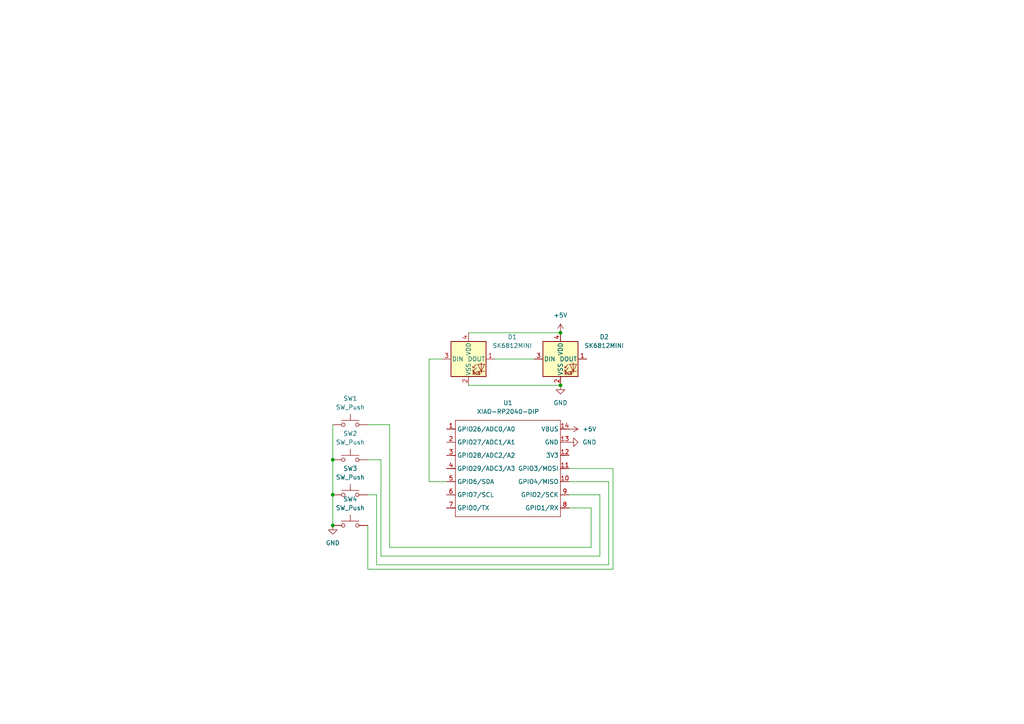
<source format=kicad_sch>
(kicad_sch
	(version 20250114)
	(generator "eeschema")
	(generator_version "9.0")
	(uuid "59613494-57a7-48f7-addf-51739a5cfe92")
	(paper "A4")
	(lib_symbols
		(symbol "LED:SK6812MINI"
			(pin_names
				(offset 0.254)
			)
			(exclude_from_sim no)
			(in_bom yes)
			(on_board yes)
			(property "Reference" "D"
				(at 5.08 5.715 0)
				(effects
					(font
						(size 1.27 1.27)
					)
					(justify right bottom)
				)
			)
			(property "Value" "SK6812MINI"
				(at 1.27 -5.715 0)
				(effects
					(font
						(size 1.27 1.27)
					)
					(justify left top)
				)
			)
			(property "Footprint" "LED_SMD:LED_SK6812MINI_PLCC4_3.5x3.5mm_P1.75mm"
				(at 1.27 -7.62 0)
				(effects
					(font
						(size 1.27 1.27)
					)
					(justify left top)
					(hide yes)
				)
			)
			(property "Datasheet" "https://cdn-shop.adafruit.com/product-files/2686/SK6812MINI_REV.01-1-2.pdf"
				(at 2.54 -9.525 0)
				(effects
					(font
						(size 1.27 1.27)
					)
					(justify left top)
					(hide yes)
				)
			)
			(property "Description" "RGB LED with integrated controller"
				(at 0 0 0)
				(effects
					(font
						(size 1.27 1.27)
					)
					(hide yes)
				)
			)
			(property "ki_keywords" "RGB LED NeoPixel Mini addressable"
				(at 0 0 0)
				(effects
					(font
						(size 1.27 1.27)
					)
					(hide yes)
				)
			)
			(property "ki_fp_filters" "LED*SK6812MINI*PLCC*3.5x3.5mm*P1.75mm*"
				(at 0 0 0)
				(effects
					(font
						(size 1.27 1.27)
					)
					(hide yes)
				)
			)
			(symbol "SK6812MINI_0_0"
				(text "RGB"
					(at 2.286 -4.191 0)
					(effects
						(font
							(size 0.762 0.762)
						)
					)
				)
			)
			(symbol "SK6812MINI_0_1"
				(polyline
					(pts
						(xy 1.27 -2.54) (xy 1.778 -2.54)
					)
					(stroke
						(width 0)
						(type default)
					)
					(fill
						(type none)
					)
				)
				(polyline
					(pts
						(xy 1.27 -3.556) (xy 1.778 -3.556)
					)
					(stroke
						(width 0)
						(type default)
					)
					(fill
						(type none)
					)
				)
				(polyline
					(pts
						(xy 2.286 -1.524) (xy 1.27 -2.54) (xy 1.27 -2.032)
					)
					(stroke
						(width 0)
						(type default)
					)
					(fill
						(type none)
					)
				)
				(polyline
					(pts
						(xy 2.286 -2.54) (xy 1.27 -3.556) (xy 1.27 -3.048)
					)
					(stroke
						(width 0)
						(type default)
					)
					(fill
						(type none)
					)
				)
				(polyline
					(pts
						(xy 3.683 -1.016) (xy 3.683 -3.556) (xy 3.683 -4.064)
					)
					(stroke
						(width 0)
						(type default)
					)
					(fill
						(type none)
					)
				)
				(polyline
					(pts
						(xy 4.699 -1.524) (xy 2.667 -1.524) (xy 3.683 -3.556) (xy 4.699 -1.524)
					)
					(stroke
						(width 0)
						(type default)
					)
					(fill
						(type none)
					)
				)
				(polyline
					(pts
						(xy 4.699 -3.556) (xy 2.667 -3.556)
					)
					(stroke
						(width 0)
						(type default)
					)
					(fill
						(type none)
					)
				)
				(rectangle
					(start 5.08 5.08)
					(end -5.08 -5.08)
					(stroke
						(width 0.254)
						(type default)
					)
					(fill
						(type background)
					)
				)
			)
			(symbol "SK6812MINI_1_1"
				(pin input line
					(at -7.62 0 0)
					(length 2.54)
					(name "DIN"
						(effects
							(font
								(size 1.27 1.27)
							)
						)
					)
					(number "3"
						(effects
							(font
								(size 1.27 1.27)
							)
						)
					)
				)
				(pin power_in line
					(at 0 7.62 270)
					(length 2.54)
					(name "VDD"
						(effects
							(font
								(size 1.27 1.27)
							)
						)
					)
					(number "4"
						(effects
							(font
								(size 1.27 1.27)
							)
						)
					)
				)
				(pin power_in line
					(at 0 -7.62 90)
					(length 2.54)
					(name "VSS"
						(effects
							(font
								(size 1.27 1.27)
							)
						)
					)
					(number "2"
						(effects
							(font
								(size 1.27 1.27)
							)
						)
					)
				)
				(pin output line
					(at 7.62 0 180)
					(length 2.54)
					(name "DOUT"
						(effects
							(font
								(size 1.27 1.27)
							)
						)
					)
					(number "1"
						(effects
							(font
								(size 1.27 1.27)
							)
						)
					)
				)
			)
			(embedded_fonts no)
		)
		(symbol "OBL:XIAO-RP2040-DIP"
			(exclude_from_sim no)
			(in_bom yes)
			(on_board yes)
			(property "Reference" "U"
				(at 0 0 0)
				(effects
					(font
						(size 1.27 1.27)
					)
				)
			)
			(property "Value" "XIAO-RP2040-DIP"
				(at 5.334 -1.778 0)
				(effects
					(font
						(size 1.27 1.27)
					)
				)
			)
			(property "Footprint" "Module:MOUDLE14P-XIAO-DIP-SMD"
				(at 14.478 -32.258 0)
				(effects
					(font
						(size 1.27 1.27)
					)
					(hide yes)
				)
			)
			(property "Datasheet" ""
				(at 0 0 0)
				(effects
					(font
						(size 1.27 1.27)
					)
					(hide yes)
				)
			)
			(property "Description" ""
				(at 0 0 0)
				(effects
					(font
						(size 1.27 1.27)
					)
					(hide yes)
				)
			)
			(symbol "XIAO-RP2040-DIP_1_0"
				(polyline
					(pts
						(xy -1.27 -2.54) (xy 29.21 -2.54)
					)
					(stroke
						(width 0.1524)
						(type solid)
					)
					(fill
						(type none)
					)
				)
				(polyline
					(pts
						(xy -1.27 -5.08) (xy -2.54 -5.08)
					)
					(stroke
						(width 0.1524)
						(type solid)
					)
					(fill
						(type none)
					)
				)
				(polyline
					(pts
						(xy -1.27 -5.08) (xy -1.27 -2.54)
					)
					(stroke
						(width 0.1524)
						(type solid)
					)
					(fill
						(type none)
					)
				)
				(polyline
					(pts
						(xy -1.27 -8.89) (xy -2.54 -8.89)
					)
					(stroke
						(width 0.1524)
						(type solid)
					)
					(fill
						(type none)
					)
				)
				(polyline
					(pts
						(xy -1.27 -8.89) (xy -1.27 -5.08)
					)
					(stroke
						(width 0.1524)
						(type solid)
					)
					(fill
						(type none)
					)
				)
				(polyline
					(pts
						(xy -1.27 -12.7) (xy -2.54 -12.7)
					)
					(stroke
						(width 0.1524)
						(type solid)
					)
					(fill
						(type none)
					)
				)
				(polyline
					(pts
						(xy -1.27 -12.7) (xy -1.27 -8.89)
					)
					(stroke
						(width 0.1524)
						(type solid)
					)
					(fill
						(type none)
					)
				)
				(polyline
					(pts
						(xy -1.27 -16.51) (xy -2.54 -16.51)
					)
					(stroke
						(width 0.1524)
						(type solid)
					)
					(fill
						(type none)
					)
				)
				(polyline
					(pts
						(xy -1.27 -16.51) (xy -1.27 -12.7)
					)
					(stroke
						(width 0.1524)
						(type solid)
					)
					(fill
						(type none)
					)
				)
				(polyline
					(pts
						(xy -1.27 -20.32) (xy -2.54 -20.32)
					)
					(stroke
						(width 0.1524)
						(type solid)
					)
					(fill
						(type none)
					)
				)
				(polyline
					(pts
						(xy -1.27 -24.13) (xy -2.54 -24.13)
					)
					(stroke
						(width 0.1524)
						(type solid)
					)
					(fill
						(type none)
					)
				)
				(polyline
					(pts
						(xy -1.27 -27.94) (xy -2.54 -27.94)
					)
					(stroke
						(width 0.1524)
						(type solid)
					)
					(fill
						(type none)
					)
				)
				(polyline
					(pts
						(xy -1.27 -30.48) (xy -1.27 -16.51)
					)
					(stroke
						(width 0.1524)
						(type solid)
					)
					(fill
						(type none)
					)
				)
				(polyline
					(pts
						(xy 29.21 -2.54) (xy 29.21 -5.08)
					)
					(stroke
						(width 0.1524)
						(type solid)
					)
					(fill
						(type none)
					)
				)
				(polyline
					(pts
						(xy 29.21 -5.08) (xy 29.21 -8.89)
					)
					(stroke
						(width 0.1524)
						(type solid)
					)
					(fill
						(type none)
					)
				)
				(polyline
					(pts
						(xy 29.21 -8.89) (xy 29.21 -12.7)
					)
					(stroke
						(width 0.1524)
						(type solid)
					)
					(fill
						(type none)
					)
				)
				(polyline
					(pts
						(xy 29.21 -12.7) (xy 29.21 -30.48)
					)
					(stroke
						(width 0.1524)
						(type solid)
					)
					(fill
						(type none)
					)
				)
				(polyline
					(pts
						(xy 29.21 -30.48) (xy -1.27 -30.48)
					)
					(stroke
						(width 0.1524)
						(type solid)
					)
					(fill
						(type none)
					)
				)
				(polyline
					(pts
						(xy 30.48 -5.08) (xy 29.21 -5.08)
					)
					(stroke
						(width 0.1524)
						(type solid)
					)
					(fill
						(type none)
					)
				)
				(polyline
					(pts
						(xy 30.48 -8.89) (xy 29.21 -8.89)
					)
					(stroke
						(width 0.1524)
						(type solid)
					)
					(fill
						(type none)
					)
				)
				(polyline
					(pts
						(xy 30.48 -12.7) (xy 29.21 -12.7)
					)
					(stroke
						(width 0.1524)
						(type solid)
					)
					(fill
						(type none)
					)
				)
				(polyline
					(pts
						(xy 30.48 -16.51) (xy 29.21 -16.51)
					)
					(stroke
						(width 0.1524)
						(type solid)
					)
					(fill
						(type none)
					)
				)
				(polyline
					(pts
						(xy 30.48 -20.32) (xy 29.21 -20.32)
					)
					(stroke
						(width 0.1524)
						(type solid)
					)
					(fill
						(type none)
					)
				)
				(polyline
					(pts
						(xy 30.48 -24.13) (xy 29.21 -24.13)
					)
					(stroke
						(width 0.1524)
						(type solid)
					)
					(fill
						(type none)
					)
				)
				(polyline
					(pts
						(xy 30.48 -27.94) (xy 29.21 -27.94)
					)
					(stroke
						(width 0.1524)
						(type solid)
					)
					(fill
						(type none)
					)
				)
				(pin passive line
					(at -3.81 -5.08 0)
					(length 2.54)
					(name "GPIO26/ADC0/A0"
						(effects
							(font
								(size 1.27 1.27)
							)
						)
					)
					(number "1"
						(effects
							(font
								(size 1.27 1.27)
							)
						)
					)
				)
				(pin passive line
					(at -3.81 -8.89 0)
					(length 2.54)
					(name "GPIO27/ADC1/A1"
						(effects
							(font
								(size 1.27 1.27)
							)
						)
					)
					(number "2"
						(effects
							(font
								(size 1.27 1.27)
							)
						)
					)
				)
				(pin passive line
					(at -3.81 -12.7 0)
					(length 2.54)
					(name "GPIO28/ADC2/A2"
						(effects
							(font
								(size 1.27 1.27)
							)
						)
					)
					(number "3"
						(effects
							(font
								(size 1.27 1.27)
							)
						)
					)
				)
				(pin passive line
					(at -3.81 -16.51 0)
					(length 2.54)
					(name "GPIO29/ADC3/A3"
						(effects
							(font
								(size 1.27 1.27)
							)
						)
					)
					(number "4"
						(effects
							(font
								(size 1.27 1.27)
							)
						)
					)
				)
				(pin passive line
					(at -3.81 -20.32 0)
					(length 2.54)
					(name "GPIO6/SDA"
						(effects
							(font
								(size 1.27 1.27)
							)
						)
					)
					(number "5"
						(effects
							(font
								(size 1.27 1.27)
							)
						)
					)
				)
				(pin passive line
					(at -3.81 -24.13 0)
					(length 2.54)
					(name "GPIO7/SCL"
						(effects
							(font
								(size 1.27 1.27)
							)
						)
					)
					(number "6"
						(effects
							(font
								(size 1.27 1.27)
							)
						)
					)
				)
				(pin passive line
					(at -3.81 -27.94 0)
					(length 2.54)
					(name "GPIO0/TX"
						(effects
							(font
								(size 1.27 1.27)
							)
						)
					)
					(number "7"
						(effects
							(font
								(size 1.27 1.27)
							)
						)
					)
				)
				(pin passive line
					(at 31.75 -5.08 180)
					(length 2.54)
					(name "VBUS"
						(effects
							(font
								(size 1.27 1.27)
							)
						)
					)
					(number "14"
						(effects
							(font
								(size 1.27 1.27)
							)
						)
					)
				)
				(pin passive line
					(at 31.75 -8.89 180)
					(length 2.54)
					(name "GND"
						(effects
							(font
								(size 1.27 1.27)
							)
						)
					)
					(number "13"
						(effects
							(font
								(size 1.27 1.27)
							)
						)
					)
				)
				(pin passive line
					(at 31.75 -12.7 180)
					(length 2.54)
					(name "3V3"
						(effects
							(font
								(size 1.27 1.27)
							)
						)
					)
					(number "12"
						(effects
							(font
								(size 1.27 1.27)
							)
						)
					)
				)
				(pin passive line
					(at 31.75 -16.51 180)
					(length 2.54)
					(name "GPIO3/MOSI"
						(effects
							(font
								(size 1.27 1.27)
							)
						)
					)
					(number "11"
						(effects
							(font
								(size 1.27 1.27)
							)
						)
					)
				)
				(pin passive line
					(at 31.75 -20.32 180)
					(length 2.54)
					(name "GPIO4/MISO"
						(effects
							(font
								(size 1.27 1.27)
							)
						)
					)
					(number "10"
						(effects
							(font
								(size 1.27 1.27)
							)
						)
					)
				)
				(pin passive line
					(at 31.75 -24.13 180)
					(length 2.54)
					(name "GPIO2/SCK"
						(effects
							(font
								(size 1.27 1.27)
							)
						)
					)
					(number "9"
						(effects
							(font
								(size 1.27 1.27)
							)
						)
					)
				)
				(pin passive line
					(at 31.75 -27.94 180)
					(length 2.54)
					(name "GPIO1/RX"
						(effects
							(font
								(size 1.27 1.27)
							)
						)
					)
					(number "8"
						(effects
							(font
								(size 1.27 1.27)
							)
						)
					)
				)
			)
			(embedded_fonts no)
		)
		(symbol "Switch:SW_Push"
			(pin_numbers
				(hide yes)
			)
			(pin_names
				(offset 1.016)
				(hide yes)
			)
			(exclude_from_sim no)
			(in_bom yes)
			(on_board yes)
			(property "Reference" "SW"
				(at 1.27 2.54 0)
				(effects
					(font
						(size 1.27 1.27)
					)
					(justify left)
				)
			)
			(property "Value" "SW_Push"
				(at 0 -1.524 0)
				(effects
					(font
						(size 1.27 1.27)
					)
				)
			)
			(property "Footprint" ""
				(at 0 5.08 0)
				(effects
					(font
						(size 1.27 1.27)
					)
					(hide yes)
				)
			)
			(property "Datasheet" "~"
				(at 0 5.08 0)
				(effects
					(font
						(size 1.27 1.27)
					)
					(hide yes)
				)
			)
			(property "Description" "Push button switch, generic, two pins"
				(at 0 0 0)
				(effects
					(font
						(size 1.27 1.27)
					)
					(hide yes)
				)
			)
			(property "ki_keywords" "switch normally-open pushbutton push-button"
				(at 0 0 0)
				(effects
					(font
						(size 1.27 1.27)
					)
					(hide yes)
				)
			)
			(symbol "SW_Push_0_1"
				(circle
					(center -2.032 0)
					(radius 0.508)
					(stroke
						(width 0)
						(type default)
					)
					(fill
						(type none)
					)
				)
				(polyline
					(pts
						(xy 0 1.27) (xy 0 3.048)
					)
					(stroke
						(width 0)
						(type default)
					)
					(fill
						(type none)
					)
				)
				(circle
					(center 2.032 0)
					(radius 0.508)
					(stroke
						(width 0)
						(type default)
					)
					(fill
						(type none)
					)
				)
				(polyline
					(pts
						(xy 2.54 1.27) (xy -2.54 1.27)
					)
					(stroke
						(width 0)
						(type default)
					)
					(fill
						(type none)
					)
				)
				(pin passive line
					(at -5.08 0 0)
					(length 2.54)
					(name "1"
						(effects
							(font
								(size 1.27 1.27)
							)
						)
					)
					(number "1"
						(effects
							(font
								(size 1.27 1.27)
							)
						)
					)
				)
				(pin passive line
					(at 5.08 0 180)
					(length 2.54)
					(name "2"
						(effects
							(font
								(size 1.27 1.27)
							)
						)
					)
					(number "2"
						(effects
							(font
								(size 1.27 1.27)
							)
						)
					)
				)
			)
			(embedded_fonts no)
		)
		(symbol "power:+5V"
			(power)
			(pin_numbers
				(hide yes)
			)
			(pin_names
				(offset 0)
				(hide yes)
			)
			(exclude_from_sim no)
			(in_bom yes)
			(on_board yes)
			(property "Reference" "#PWR"
				(at 0 -3.81 0)
				(effects
					(font
						(size 1.27 1.27)
					)
					(hide yes)
				)
			)
			(property "Value" "+5V"
				(at 0 3.556 0)
				(effects
					(font
						(size 1.27 1.27)
					)
				)
			)
			(property "Footprint" ""
				(at 0 0 0)
				(effects
					(font
						(size 1.27 1.27)
					)
					(hide yes)
				)
			)
			(property "Datasheet" ""
				(at 0 0 0)
				(effects
					(font
						(size 1.27 1.27)
					)
					(hide yes)
				)
			)
			(property "Description" "Power symbol creates a global label with name \"+5V\""
				(at 0 0 0)
				(effects
					(font
						(size 1.27 1.27)
					)
					(hide yes)
				)
			)
			(property "ki_keywords" "global power"
				(at 0 0 0)
				(effects
					(font
						(size 1.27 1.27)
					)
					(hide yes)
				)
			)
			(symbol "+5V_0_1"
				(polyline
					(pts
						(xy -0.762 1.27) (xy 0 2.54)
					)
					(stroke
						(width 0)
						(type default)
					)
					(fill
						(type none)
					)
				)
				(polyline
					(pts
						(xy 0 2.54) (xy 0.762 1.27)
					)
					(stroke
						(width 0)
						(type default)
					)
					(fill
						(type none)
					)
				)
				(polyline
					(pts
						(xy 0 0) (xy 0 2.54)
					)
					(stroke
						(width 0)
						(type default)
					)
					(fill
						(type none)
					)
				)
			)
			(symbol "+5V_1_1"
				(pin power_in line
					(at 0 0 90)
					(length 0)
					(name "~"
						(effects
							(font
								(size 1.27 1.27)
							)
						)
					)
					(number "1"
						(effects
							(font
								(size 1.27 1.27)
							)
						)
					)
				)
			)
			(embedded_fonts no)
		)
		(symbol "power:GND"
			(power)
			(pin_numbers
				(hide yes)
			)
			(pin_names
				(offset 0)
				(hide yes)
			)
			(exclude_from_sim no)
			(in_bom yes)
			(on_board yes)
			(property "Reference" "#PWR"
				(at 0 -6.35 0)
				(effects
					(font
						(size 1.27 1.27)
					)
					(hide yes)
				)
			)
			(property "Value" "GND"
				(at 0 -3.81 0)
				(effects
					(font
						(size 1.27 1.27)
					)
				)
			)
			(property "Footprint" ""
				(at 0 0 0)
				(effects
					(font
						(size 1.27 1.27)
					)
					(hide yes)
				)
			)
			(property "Datasheet" ""
				(at 0 0 0)
				(effects
					(font
						(size 1.27 1.27)
					)
					(hide yes)
				)
			)
			(property "Description" "Power symbol creates a global label with name \"GND\" , ground"
				(at 0 0 0)
				(effects
					(font
						(size 1.27 1.27)
					)
					(hide yes)
				)
			)
			(property "ki_keywords" "global power"
				(at 0 0 0)
				(effects
					(font
						(size 1.27 1.27)
					)
					(hide yes)
				)
			)
			(symbol "GND_0_1"
				(polyline
					(pts
						(xy 0 0) (xy 0 -1.27) (xy 1.27 -1.27) (xy 0 -2.54) (xy -1.27 -1.27) (xy 0 -1.27)
					)
					(stroke
						(width 0)
						(type default)
					)
					(fill
						(type none)
					)
				)
			)
			(symbol "GND_1_1"
				(pin power_in line
					(at 0 0 270)
					(length 0)
					(name "~"
						(effects
							(font
								(size 1.27 1.27)
							)
						)
					)
					(number "1"
						(effects
							(font
								(size 1.27 1.27)
							)
						)
					)
				)
			)
			(embedded_fonts no)
		)
	)
	(junction
		(at 162.56 111.76)
		(diameter 0)
		(color 0 0 0 0)
		(uuid "9484a55a-214e-4e94-a850-e067e7a6b438")
	)
	(junction
		(at 162.56 96.52)
		(diameter 0)
		(color 0 0 0 0)
		(uuid "9a400d42-0c74-4b0c-ba94-121090a7c650")
	)
	(junction
		(at 96.52 152.4)
		(diameter 0)
		(color 0 0 0 0)
		(uuid "c81cd015-450c-42d2-ab9f-a647a974c659")
	)
	(junction
		(at 96.52 133.35)
		(diameter 0)
		(color 0 0 0 0)
		(uuid "ca667cfe-226e-4aab-b1ea-70d79ab7524e")
	)
	(junction
		(at 96.52 143.51)
		(diameter 0)
		(color 0 0 0 0)
		(uuid "f59b4e5c-e52f-4c50-ba07-fa44cbdca8c6")
	)
	(wire
		(pts
			(xy 177.8 165.1) (xy 106.68 165.1)
		)
		(stroke
			(width 0)
			(type default)
		)
		(uuid "069b4a7a-50e1-4f76-9982-4162163401bd")
	)
	(wire
		(pts
			(xy 176.53 163.83) (xy 109.22 163.83)
		)
		(stroke
			(width 0)
			(type default)
		)
		(uuid "0afde86c-0002-4ae5-9feb-15b4d3120063")
	)
	(wire
		(pts
			(xy 106.68 123.19) (xy 113.03 123.19)
		)
		(stroke
			(width 0)
			(type default)
		)
		(uuid "13237ba8-e19e-4f79-bc83-73488e02d8dc")
	)
	(wire
		(pts
			(xy 165.1 139.7) (xy 176.53 139.7)
		)
		(stroke
			(width 0)
			(type default)
		)
		(uuid "177d70a6-1cd5-4548-abb8-56ce60da96f5")
	)
	(wire
		(pts
			(xy 143.51 104.14) (xy 154.94 104.14)
		)
		(stroke
			(width 0)
			(type default)
		)
		(uuid "253b55b1-b59a-43f6-96b6-e890e9871445")
	)
	(wire
		(pts
			(xy 135.89 96.52) (xy 162.56 96.52)
		)
		(stroke
			(width 0)
			(type default)
		)
		(uuid "2eb84465-1477-421e-a8c0-716b263d630e")
	)
	(wire
		(pts
			(xy 96.52 123.19) (xy 96.52 133.35)
		)
		(stroke
			(width 0)
			(type default)
		)
		(uuid "3a4ae886-8170-4e52-8b65-def73011d1d0")
	)
	(wire
		(pts
			(xy 96.52 143.51) (xy 96.52 152.4)
		)
		(stroke
			(width 0)
			(type default)
		)
		(uuid "4bddbf9a-c530-4f61-b166-2a7019909fb4")
	)
	(wire
		(pts
			(xy 176.53 139.7) (xy 176.53 163.83)
		)
		(stroke
			(width 0)
			(type default)
		)
		(uuid "52753fb1-0a26-4d52-aa97-cea4ab235bb9")
	)
	(wire
		(pts
			(xy 173.99 161.29) (xy 110.49 161.29)
		)
		(stroke
			(width 0)
			(type default)
		)
		(uuid "56c3d382-a617-4f2b-83ef-1b283e3432af")
	)
	(wire
		(pts
			(xy 129.54 139.7) (xy 124.46 139.7)
		)
		(stroke
			(width 0)
			(type default)
		)
		(uuid "62effbbb-625e-45bd-b8a1-45f5a11c906d")
	)
	(wire
		(pts
			(xy 109.22 163.83) (xy 109.22 143.51)
		)
		(stroke
			(width 0)
			(type default)
		)
		(uuid "677d59bf-03b8-4310-b2cf-897865f72351")
	)
	(wire
		(pts
			(xy 124.46 139.7) (xy 124.46 104.14)
		)
		(stroke
			(width 0)
			(type default)
		)
		(uuid "6dcd84c4-ad2b-4377-b02a-e94f04daafaa")
	)
	(wire
		(pts
			(xy 165.1 143.51) (xy 173.99 143.51)
		)
		(stroke
			(width 0)
			(type default)
		)
		(uuid "729b8baf-8a18-4cf9-8278-f79fa6a458a1")
	)
	(wire
		(pts
			(xy 109.22 143.51) (xy 106.68 143.51)
		)
		(stroke
			(width 0)
			(type default)
		)
		(uuid "761aa5c8-f935-4448-ae39-ef3a3b61eddb")
	)
	(wire
		(pts
			(xy 135.89 111.76) (xy 162.56 111.76)
		)
		(stroke
			(width 0)
			(type default)
		)
		(uuid "77632a13-329a-447a-b55d-4b0c0aed196d")
	)
	(wire
		(pts
			(xy 124.46 104.14) (xy 128.27 104.14)
		)
		(stroke
			(width 0)
			(type default)
		)
		(uuid "7e2be0e2-382c-4752-9a51-90565525bf8d")
	)
	(wire
		(pts
			(xy 165.1 147.32) (xy 171.45 147.32)
		)
		(stroke
			(width 0)
			(type default)
		)
		(uuid "8cad7166-de09-4683-91b3-a8307d958468")
	)
	(wire
		(pts
			(xy 171.45 158.75) (xy 113.03 158.75)
		)
		(stroke
			(width 0)
			(type default)
		)
		(uuid "9563faeb-7bd6-4b9e-b192-6332018e96e1")
	)
	(wire
		(pts
			(xy 165.1 135.89) (xy 177.8 135.89)
		)
		(stroke
			(width 0)
			(type default)
		)
		(uuid "a4c1160e-fb14-458e-9808-e69708ab3b2f")
	)
	(wire
		(pts
			(xy 110.49 161.29) (xy 110.49 133.35)
		)
		(stroke
			(width 0)
			(type default)
		)
		(uuid "ab1e98b7-72f9-4ff2-89eb-e094b528beb9")
	)
	(wire
		(pts
			(xy 173.99 143.51) (xy 173.99 161.29)
		)
		(stroke
			(width 0)
			(type default)
		)
		(uuid "b035574f-0edd-4d9a-b8a3-150b4f8db4b2")
	)
	(wire
		(pts
			(xy 106.68 165.1) (xy 106.68 152.4)
		)
		(stroke
			(width 0)
			(type default)
		)
		(uuid "b2eb7192-f742-4284-8542-c768ddb8fd9f")
	)
	(wire
		(pts
			(xy 171.45 147.32) (xy 171.45 158.75)
		)
		(stroke
			(width 0)
			(type default)
		)
		(uuid "c41fd57c-6887-4371-803e-f92b264de0c5")
	)
	(wire
		(pts
			(xy 96.52 133.35) (xy 96.52 143.51)
		)
		(stroke
			(width 0)
			(type default)
		)
		(uuid "db2bb83e-3f64-4ec9-b282-f38d296cfbc6")
	)
	(wire
		(pts
			(xy 177.8 135.89) (xy 177.8 165.1)
		)
		(stroke
			(width 0)
			(type default)
		)
		(uuid "ec9a4628-9ee3-4429-90ae-216f1152585e")
	)
	(wire
		(pts
			(xy 113.03 158.75) (xy 113.03 123.19)
		)
		(stroke
			(width 0)
			(type default)
		)
		(uuid "ee4b922f-563f-43bf-a034-a1909fbc0235")
	)
	(wire
		(pts
			(xy 110.49 133.35) (xy 106.68 133.35)
		)
		(stroke
			(width 0)
			(type default)
		)
		(uuid "fe4aaa60-ef01-437c-b977-44455e0c3ac4")
	)
	(symbol
		(lib_id "power:GND")
		(at 162.56 111.76 0)
		(unit 1)
		(exclude_from_sim no)
		(in_bom yes)
		(on_board yes)
		(dnp no)
		(fields_autoplaced yes)
		(uuid "1d1d994c-c477-4c58-8fd8-9588ebc302fa")
		(property "Reference" "#PWR03"
			(at 162.56 118.11 0)
			(effects
				(font
					(size 1.27 1.27)
				)
				(hide yes)
			)
		)
		(property "Value" "GND"
			(at 162.56 116.84 0)
			(effects
				(font
					(size 1.27 1.27)
				)
			)
		)
		(property "Footprint" ""
			(at 162.56 111.76 0)
			(effects
				(font
					(size 1.27 1.27)
				)
				(hide yes)
			)
		)
		(property "Datasheet" ""
			(at 162.56 111.76 0)
			(effects
				(font
					(size 1.27 1.27)
				)
				(hide yes)
			)
		)
		(property "Description" "Power symbol creates a global label with name \"GND\" , ground"
			(at 162.56 111.76 0)
			(effects
				(font
					(size 1.27 1.27)
				)
				(hide yes)
			)
		)
		(pin "1"
			(uuid "bfa514aa-bba9-4737-99a0-85145a94efb7")
		)
		(instances
			(project ""
				(path "/59613494-57a7-48f7-addf-51739a5cfe92"
					(reference "#PWR03")
					(unit 1)
				)
			)
		)
	)
	(symbol
		(lib_id "LED:SK6812MINI")
		(at 135.89 104.14 0)
		(unit 1)
		(exclude_from_sim no)
		(in_bom yes)
		(on_board yes)
		(dnp no)
		(fields_autoplaced yes)
		(uuid "2d27cc9a-eef2-477d-a588-eeb6ccf28a79")
		(property "Reference" "D1"
			(at 148.59 97.7198 0)
			(effects
				(font
					(size 1.27 1.27)
				)
			)
		)
		(property "Value" "SK6812MINI"
			(at 148.59 100.2598 0)
			(effects
				(font
					(size 1.27 1.27)
				)
			)
		)
		(property "Footprint" "LED_SMD:LED_SK6812MINI_PLCC4_3.5x3.5mm_P1.75mm"
			(at 137.16 111.76 0)
			(effects
				(font
					(size 1.27 1.27)
				)
				(justify left top)
				(hide yes)
			)
		)
		(property "Datasheet" "https://cdn-shop.adafruit.com/product-files/2686/SK6812MINI_REV.01-1-2.pdf"
			(at 138.43 113.665 0)
			(effects
				(font
					(size 1.27 1.27)
				)
				(justify left top)
				(hide yes)
			)
		)
		(property "Description" "RGB LED with integrated controller"
			(at 135.89 104.14 0)
			(effects
				(font
					(size 1.27 1.27)
				)
				(hide yes)
			)
		)
		(pin "1"
			(uuid "4d1aa64c-5a9b-4bae-9b2b-8da56a226b04")
		)
		(pin "2"
			(uuid "dae71193-b287-4830-8f69-1aa6fa743d33")
		)
		(pin "3"
			(uuid "d319a201-81a8-466d-8f2a-67741f22522a")
		)
		(pin "4"
			(uuid "cb0eda5a-8c34-4648-8f39-fc770841d61e")
		)
		(instances
			(project ""
				(path "/59613494-57a7-48f7-addf-51739a5cfe92"
					(reference "D1")
					(unit 1)
				)
			)
		)
	)
	(symbol
		(lib_id "power:+5V")
		(at 162.56 96.52 0)
		(unit 1)
		(exclude_from_sim no)
		(in_bom yes)
		(on_board yes)
		(dnp no)
		(fields_autoplaced yes)
		(uuid "54a2fb0e-60b2-4236-94d9-29db982b0c9f")
		(property "Reference" "#PWR04"
			(at 162.56 100.33 0)
			(effects
				(font
					(size 1.27 1.27)
				)
				(hide yes)
			)
		)
		(property "Value" "+5V"
			(at 162.56 91.44 0)
			(effects
				(font
					(size 1.27 1.27)
				)
			)
		)
		(property "Footprint" ""
			(at 162.56 96.52 0)
			(effects
				(font
					(size 1.27 1.27)
				)
				(hide yes)
			)
		)
		(property "Datasheet" ""
			(at 162.56 96.52 0)
			(effects
				(font
					(size 1.27 1.27)
				)
				(hide yes)
			)
		)
		(property "Description" "Power symbol creates a global label with name \"+5V\""
			(at 162.56 96.52 0)
			(effects
				(font
					(size 1.27 1.27)
				)
				(hide yes)
			)
		)
		(pin "1"
			(uuid "ba0682a6-cb0f-425c-afca-ef26bbd2e7b1")
		)
		(instances
			(project ""
				(path "/59613494-57a7-48f7-addf-51739a5cfe92"
					(reference "#PWR04")
					(unit 1)
				)
			)
		)
	)
	(symbol
		(lib_id "Switch:SW_Push")
		(at 101.6 152.4 0)
		(unit 1)
		(exclude_from_sim no)
		(in_bom yes)
		(on_board yes)
		(dnp no)
		(fields_autoplaced yes)
		(uuid "60cd349a-aa40-4482-aa47-8b8bbc1e88c3")
		(property "Reference" "SW4"
			(at 101.6 144.78 0)
			(effects
				(font
					(size 1.27 1.27)
				)
			)
		)
		(property "Value" "SW_Push"
			(at 101.6 147.32 0)
			(effects
				(font
					(size 1.27 1.27)
				)
			)
		)
		(property "Footprint" "Button_Switch_Keyboard:SW_Cherry_MX_1.00u_PCB"
			(at 101.6 147.32 0)
			(effects
				(font
					(size 1.27 1.27)
				)
				(hide yes)
			)
		)
		(property "Datasheet" "~"
			(at 101.6 147.32 0)
			(effects
				(font
					(size 1.27 1.27)
				)
				(hide yes)
			)
		)
		(property "Description" "Push button switch, generic, two pins"
			(at 101.6 152.4 0)
			(effects
				(font
					(size 1.27 1.27)
				)
				(hide yes)
			)
		)
		(pin "1"
			(uuid "b274afcf-adc0-4446-8963-f77a0611947d")
		)
		(pin "2"
			(uuid "d09a7275-b25b-4243-a36b-bd236be1c430")
		)
		(instances
			(project ""
				(path "/59613494-57a7-48f7-addf-51739a5cfe92"
					(reference "SW4")
					(unit 1)
				)
			)
		)
	)
	(symbol
		(lib_id "OBL:XIAO-RP2040-DIP")
		(at 133.35 119.38 0)
		(unit 1)
		(exclude_from_sim no)
		(in_bom yes)
		(on_board yes)
		(dnp no)
		(fields_autoplaced yes)
		(uuid "68d6ddaf-27d8-4cf3-9635-76d5acb3fea3")
		(property "Reference" "U1"
			(at 147.32 116.84 0)
			(effects
				(font
					(size 1.27 1.27)
				)
			)
		)
		(property "Value" "XIAO-RP2040-DIP"
			(at 147.32 119.38 0)
			(effects
				(font
					(size 1.27 1.27)
				)
			)
		)
		(property "Footprint" "OBL:XIAO-RP2040-DIP"
			(at 147.828 151.638 0)
			(effects
				(font
					(size 1.27 1.27)
				)
				(hide yes)
			)
		)
		(property "Datasheet" ""
			(at 133.35 119.38 0)
			(effects
				(font
					(size 1.27 1.27)
				)
				(hide yes)
			)
		)
		(property "Description" ""
			(at 133.35 119.38 0)
			(effects
				(font
					(size 1.27 1.27)
				)
				(hide yes)
			)
		)
		(pin "12"
			(uuid "24a3c1de-3ea9-44dd-a071-0135287513b9")
		)
		(pin "7"
			(uuid "fe97f62e-65bf-411f-8ebe-91ed27cc43a9")
		)
		(pin "11"
			(uuid "f5205690-7e2f-45c8-81b4-7b38de0eef0d")
		)
		(pin "10"
			(uuid "0680d82f-f435-463f-91ad-849340da524c")
		)
		(pin "2"
			(uuid "c2828d21-d142-4242-910e-962c8e2272c5")
		)
		(pin "6"
			(uuid "b0d2fa74-429e-4400-baca-49998639e9e8")
		)
		(pin "14"
			(uuid "822969c2-a5c3-4720-810f-134e6ff66e42")
		)
		(pin "3"
			(uuid "8dcdbafa-69e5-485c-ac50-f81f909db983")
		)
		(pin "1"
			(uuid "865833b4-049e-479d-b42b-d5d7e0d728af")
		)
		(pin "4"
			(uuid "00ab1e59-8ce5-42cc-9b84-66014b317ac0")
		)
		(pin "13"
			(uuid "32886e57-e095-4ba0-b52a-2c657c55145c")
		)
		(pin "5"
			(uuid "ea99289e-99f2-4567-9673-9849ea64d8a9")
		)
		(pin "8"
			(uuid "1104248b-49a5-4422-a13a-df8e1b8ebcc6")
		)
		(pin "9"
			(uuid "eebcbfc8-9a85-4cf6-8511-2fa3c0ce975e")
		)
		(instances
			(project ""
				(path "/59613494-57a7-48f7-addf-51739a5cfe92"
					(reference "U1")
					(unit 1)
				)
			)
		)
	)
	(symbol
		(lib_id "Switch:SW_Push")
		(at 101.6 123.19 0)
		(unit 1)
		(exclude_from_sim no)
		(in_bom yes)
		(on_board yes)
		(dnp no)
		(fields_autoplaced yes)
		(uuid "88c01a5e-1504-4c03-95e4-b88887fd1d9c")
		(property "Reference" "SW1"
			(at 101.6 115.57 0)
			(effects
				(font
					(size 1.27 1.27)
				)
			)
		)
		(property "Value" "SW_Push"
			(at 101.6 118.11 0)
			(effects
				(font
					(size 1.27 1.27)
				)
			)
		)
		(property "Footprint" "Button_Switch_Keyboard:SW_Cherry_MX_1.00u_PCB"
			(at 101.6 118.11 0)
			(effects
				(font
					(size 1.27 1.27)
				)
				(hide yes)
			)
		)
		(property "Datasheet" "~"
			(at 101.6 118.11 0)
			(effects
				(font
					(size 1.27 1.27)
				)
				(hide yes)
			)
		)
		(property "Description" "Push button switch, generic, two pins"
			(at 101.6 123.19 0)
			(effects
				(font
					(size 1.27 1.27)
				)
				(hide yes)
			)
		)
		(pin "1"
			(uuid "fad2083d-7fe4-43e7-8396-6b88ec9f9501")
		)
		(pin "2"
			(uuid "b96456e5-ec39-4133-93c5-085921380886")
		)
		(instances
			(project ""
				(path "/59613494-57a7-48f7-addf-51739a5cfe92"
					(reference "SW1")
					(unit 1)
				)
			)
		)
	)
	(symbol
		(lib_id "Switch:SW_Push")
		(at 101.6 133.35 0)
		(unit 1)
		(exclude_from_sim no)
		(in_bom yes)
		(on_board yes)
		(dnp no)
		(fields_autoplaced yes)
		(uuid "c5f1af82-2dd8-4b90-8ca2-f7a32fc2b0f1")
		(property "Reference" "SW2"
			(at 101.6 125.73 0)
			(effects
				(font
					(size 1.27 1.27)
				)
			)
		)
		(property "Value" "SW_Push"
			(at 101.6 128.27 0)
			(effects
				(font
					(size 1.27 1.27)
				)
			)
		)
		(property "Footprint" "Button_Switch_Keyboard:SW_Cherry_MX_1.00u_PCB"
			(at 101.6 128.27 0)
			(effects
				(font
					(size 1.27 1.27)
				)
				(hide yes)
			)
		)
		(property "Datasheet" "~"
			(at 101.6 128.27 0)
			(effects
				(font
					(size 1.27 1.27)
				)
				(hide yes)
			)
		)
		(property "Description" "Push button switch, generic, two pins"
			(at 101.6 133.35 0)
			(effects
				(font
					(size 1.27 1.27)
				)
				(hide yes)
			)
		)
		(pin "2"
			(uuid "62a6ebe1-2d82-402a-882b-3e062e87f905")
		)
		(pin "1"
			(uuid "23fc3aee-f950-4c5a-86f8-e705a4d4200d")
		)
		(instances
			(project ""
				(path "/59613494-57a7-48f7-addf-51739a5cfe92"
					(reference "SW2")
					(unit 1)
				)
			)
		)
	)
	(symbol
		(lib_id "LED:SK6812MINI")
		(at 162.56 104.14 0)
		(unit 1)
		(exclude_from_sim no)
		(in_bom yes)
		(on_board yes)
		(dnp no)
		(fields_autoplaced yes)
		(uuid "cd59ca0e-5c06-49b7-a536-93d2d2f84de5")
		(property "Reference" "D2"
			(at 175.26 97.7198 0)
			(effects
				(font
					(size 1.27 1.27)
				)
			)
		)
		(property "Value" "SK6812MINI"
			(at 175.26 100.2598 0)
			(effects
				(font
					(size 1.27 1.27)
				)
			)
		)
		(property "Footprint" "LED_SMD:LED_SK6812MINI_PLCC4_3.5x3.5mm_P1.75mm"
			(at 163.83 111.76 0)
			(effects
				(font
					(size 1.27 1.27)
				)
				(justify left top)
				(hide yes)
			)
		)
		(property "Datasheet" "https://cdn-shop.adafruit.com/product-files/2686/SK6812MINI_REV.01-1-2.pdf"
			(at 165.1 113.665 0)
			(effects
				(font
					(size 1.27 1.27)
				)
				(justify left top)
				(hide yes)
			)
		)
		(property "Description" "RGB LED with integrated controller"
			(at 162.56 104.14 0)
			(effects
				(font
					(size 1.27 1.27)
				)
				(hide yes)
			)
		)
		(pin "3"
			(uuid "f20153af-f62b-4e4a-8886-612d88dd1277")
		)
		(pin "2"
			(uuid "31456535-4b03-4082-b313-5b74aa14b7f7")
		)
		(pin "1"
			(uuid "9657e7a0-c55b-4472-a862-09ec8c49a553")
		)
		(pin "4"
			(uuid "6ad0b88b-5e98-40ca-8991-a92e7c0d2e80")
		)
		(instances
			(project ""
				(path "/59613494-57a7-48f7-addf-51739a5cfe92"
					(reference "D2")
					(unit 1)
				)
			)
		)
	)
	(symbol
		(lib_id "power:GND")
		(at 165.1 128.27 90)
		(unit 1)
		(exclude_from_sim no)
		(in_bom yes)
		(on_board yes)
		(dnp no)
		(fields_autoplaced yes)
		(uuid "dcf54458-15f6-44e4-ba9b-41338110da91")
		(property "Reference" "#PWR01"
			(at 171.45 128.27 0)
			(effects
				(font
					(size 1.27 1.27)
				)
				(hide yes)
			)
		)
		(property "Value" "GND"
			(at 168.91 128.2699 90)
			(effects
				(font
					(size 1.27 1.27)
				)
				(justify right)
			)
		)
		(property "Footprint" ""
			(at 165.1 128.27 0)
			(effects
				(font
					(size 1.27 1.27)
				)
				(hide yes)
			)
		)
		(property "Datasheet" ""
			(at 165.1 128.27 0)
			(effects
				(font
					(size 1.27 1.27)
				)
				(hide yes)
			)
		)
		(property "Description" "Power symbol creates a global label with name \"GND\" , ground"
			(at 165.1 128.27 0)
			(effects
				(font
					(size 1.27 1.27)
				)
				(hide yes)
			)
		)
		(pin "1"
			(uuid "d2216f0a-9731-46eb-9fdb-7303701454be")
		)
		(instances
			(project ""
				(path "/59613494-57a7-48f7-addf-51739a5cfe92"
					(reference "#PWR01")
					(unit 1)
				)
			)
		)
	)
	(symbol
		(lib_id "power:GND")
		(at 96.52 152.4 0)
		(unit 1)
		(exclude_from_sim no)
		(in_bom yes)
		(on_board yes)
		(dnp no)
		(fields_autoplaced yes)
		(uuid "e4091bf4-d3c9-4bfa-a417-9b8bc874ac30")
		(property "Reference" "#PWR02"
			(at 96.52 158.75 0)
			(effects
				(font
					(size 1.27 1.27)
				)
				(hide yes)
			)
		)
		(property "Value" "GND"
			(at 96.52 157.48 0)
			(effects
				(font
					(size 1.27 1.27)
				)
			)
		)
		(property "Footprint" ""
			(at 96.52 152.4 0)
			(effects
				(font
					(size 1.27 1.27)
				)
				(hide yes)
			)
		)
		(property "Datasheet" ""
			(at 96.52 152.4 0)
			(effects
				(font
					(size 1.27 1.27)
				)
				(hide yes)
			)
		)
		(property "Description" "Power symbol creates a global label with name \"GND\" , ground"
			(at 96.52 152.4 0)
			(effects
				(font
					(size 1.27 1.27)
				)
				(hide yes)
			)
		)
		(pin "1"
			(uuid "d2202384-20b3-4760-a8d5-36342f1edb0e")
		)
		(instances
			(project ""
				(path "/59613494-57a7-48f7-addf-51739a5cfe92"
					(reference "#PWR02")
					(unit 1)
				)
			)
		)
	)
	(symbol
		(lib_id "power:+5V")
		(at 165.1 124.46 270)
		(unit 1)
		(exclude_from_sim no)
		(in_bom yes)
		(on_board yes)
		(dnp no)
		(fields_autoplaced yes)
		(uuid "e9c641b0-3f67-4deb-ba97-af08c9c13655")
		(property "Reference" "#PWR05"
			(at 161.29 124.46 0)
			(effects
				(font
					(size 1.27 1.27)
				)
				(hide yes)
			)
		)
		(property "Value" "+5V"
			(at 168.91 124.4599 90)
			(effects
				(font
					(size 1.27 1.27)
				)
				(justify left)
			)
		)
		(property "Footprint" ""
			(at 165.1 124.46 0)
			(effects
				(font
					(size 1.27 1.27)
				)
				(hide yes)
			)
		)
		(property "Datasheet" ""
			(at 165.1 124.46 0)
			(effects
				(font
					(size 1.27 1.27)
				)
				(hide yes)
			)
		)
		(property "Description" "Power symbol creates a global label with name \"+5V\""
			(at 165.1 124.46 0)
			(effects
				(font
					(size 1.27 1.27)
				)
				(hide yes)
			)
		)
		(pin "1"
			(uuid "c171c951-02cf-462d-b6c2-b97242ac899b")
		)
		(instances
			(project ""
				(path "/59613494-57a7-48f7-addf-51739a5cfe92"
					(reference "#PWR05")
					(unit 1)
				)
			)
		)
	)
	(symbol
		(lib_id "Switch:SW_Push")
		(at 101.6 143.51 0)
		(unit 1)
		(exclude_from_sim no)
		(in_bom yes)
		(on_board yes)
		(dnp no)
		(fields_autoplaced yes)
		(uuid "fb4a9fd7-c173-4286-ae53-a6fae90f4b21")
		(property "Reference" "SW3"
			(at 101.6 135.89 0)
			(effects
				(font
					(size 1.27 1.27)
				)
			)
		)
		(property "Value" "SW_Push"
			(at 101.6 138.43 0)
			(effects
				(font
					(size 1.27 1.27)
				)
			)
		)
		(property "Footprint" "Button_Switch_Keyboard:SW_Cherry_MX_1.00u_PCB"
			(at 101.6 138.43 0)
			(effects
				(font
					(size 1.27 1.27)
				)
				(hide yes)
			)
		)
		(property "Datasheet" "~"
			(at 101.6 138.43 0)
			(effects
				(font
					(size 1.27 1.27)
				)
				(hide yes)
			)
		)
		(property "Description" "Push button switch, generic, two pins"
			(at 101.6 143.51 0)
			(effects
				(font
					(size 1.27 1.27)
				)
				(hide yes)
			)
		)
		(pin "1"
			(uuid "9dd2994f-b572-4e38-b098-e52ef1509a7b")
		)
		(pin "2"
			(uuid "2ff48929-e9c4-4615-ad12-28a75f6eab51")
		)
		(instances
			(project ""
				(path "/59613494-57a7-48f7-addf-51739a5cfe92"
					(reference "SW3")
					(unit 1)
				)
			)
		)
	)
	(sheet_instances
		(path "/"
			(page "1")
		)
	)
	(embedded_fonts no)
)

</source>
